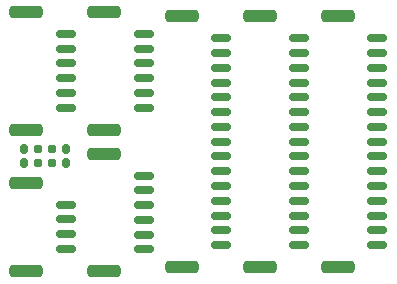
<source format=gbr>
%TF.GenerationSoftware,KiCad,Pcbnew,8.0.0*%
%TF.CreationDate,2024-09-22T13:18:53-04:00*%
%TF.ProjectId,MiniCarrierBoard,4d696e69-4361-4727-9269-6572426f6172,rev?*%
%TF.SameCoordinates,Original*%
%TF.FileFunction,Paste,Bot*%
%TF.FilePolarity,Positive*%
%FSLAX46Y46*%
G04 Gerber Fmt 4.6, Leading zero omitted, Abs format (unit mm)*
G04 Created by KiCad (PCBNEW 8.0.0) date 2024-09-22 13:18:53*
%MOMM*%
%LPD*%
G01*
G04 APERTURE LIST*
G04 Aperture macros list*
%AMRoundRect*
0 Rectangle with rounded corners*
0 $1 Rounding radius*
0 $2 $3 $4 $5 $6 $7 $8 $9 X,Y pos of 4 corners*
0 Add a 4 corners polygon primitive as box body*
4,1,4,$2,$3,$4,$5,$6,$7,$8,$9,$2,$3,0*
0 Add four circle primitives for the rounded corners*
1,1,$1+$1,$2,$3*
1,1,$1+$1,$4,$5*
1,1,$1+$1,$6,$7*
1,1,$1+$1,$8,$9*
0 Add four rect primitives between the rounded corners*
20,1,$1+$1,$2,$3,$4,$5,0*
20,1,$1+$1,$4,$5,$6,$7,0*
20,1,$1+$1,$6,$7,$8,$9,0*
20,1,$1+$1,$8,$9,$2,$3,0*%
G04 Aperture macros list end*
%ADD10RoundRect,0.160000X-0.160000X0.197500X-0.160000X-0.197500X0.160000X-0.197500X0.160000X0.197500X0*%
%ADD11RoundRect,0.160000X-0.160000X0.222500X-0.160000X-0.222500X0.160000X-0.222500X0.160000X0.222500X0*%
%ADD12RoundRect,0.150000X-0.700000X0.150000X-0.700000X-0.150000X0.700000X-0.150000X0.700000X0.150000X0*%
%ADD13RoundRect,0.250000X-1.150000X0.250000X-1.150000X-0.250000X1.150000X-0.250000X1.150000X0.250000X0*%
%ADD14RoundRect,0.160000X0.160000X-0.197500X0.160000X0.197500X-0.160000X0.197500X-0.160000X-0.197500X0*%
%ADD15RoundRect,0.160000X0.160000X-0.222500X0.160000X0.222500X-0.160000X0.222500X-0.160000X-0.222500X0*%
G04 APERTURE END LIST*
D10*
%TO.C,R1*%
X90000000Y-101202500D03*
X90000000Y-102397500D03*
%TD*%
D11*
%TO.C,D2*%
X87600000Y-101227499D03*
X87600000Y-102372501D03*
%TD*%
D12*
%TO.C,J14*%
X97750000Y-103475000D03*
X97750000Y-104725000D03*
X97750000Y-105975000D03*
X97750000Y-107225000D03*
X97750000Y-108475000D03*
X97750000Y-109725000D03*
D13*
X94400000Y-101625000D03*
X94400000Y-111575000D03*
%TD*%
D12*
%TO.C,J6*%
X91150000Y-91475000D03*
X91150000Y-92725000D03*
X91150000Y-93975000D03*
X91150000Y-95225000D03*
X91150000Y-96475000D03*
X91150000Y-97725000D03*
D13*
X87800000Y-89625000D03*
X87800000Y-99575000D03*
%TD*%
D12*
%TO.C,J5*%
X110950000Y-91850000D03*
X110950000Y-93100000D03*
X110950000Y-94350000D03*
X110950000Y-95600000D03*
X110950000Y-96850000D03*
X110950000Y-98100000D03*
X110950000Y-99350000D03*
X110950000Y-100600000D03*
X110950000Y-101850000D03*
X110950000Y-103100000D03*
X110950000Y-104350000D03*
X110950000Y-105600000D03*
X110950000Y-106850000D03*
X110950000Y-108100000D03*
X110950000Y-109350000D03*
D13*
X107600000Y-90000001D03*
X107600000Y-111199999D03*
%TD*%
D14*
%TO.C,R2*%
X88800000Y-102397500D03*
X88800000Y-101202500D03*
%TD*%
D12*
%TO.C,J7*%
X104350000Y-91850000D03*
X104350000Y-93100000D03*
X104350000Y-94350000D03*
X104350000Y-95600000D03*
X104350000Y-96850000D03*
X104350000Y-98100000D03*
X104350000Y-99350000D03*
X104350000Y-100600000D03*
X104350000Y-101850000D03*
X104350000Y-103100000D03*
X104350000Y-104350000D03*
X104350000Y-105600000D03*
X104350000Y-106850000D03*
X104350000Y-108100000D03*
X104350000Y-109350000D03*
D13*
X101000000Y-90000001D03*
X101000000Y-111199999D03*
%TD*%
D12*
%TO.C,J9*%
X91150000Y-105925000D03*
X91150000Y-107175000D03*
X91150000Y-108425000D03*
X91150000Y-109675000D03*
D13*
X87800000Y-104075000D03*
X87800000Y-111525000D03*
%TD*%
D12*
%TO.C,J8*%
X117550000Y-91850000D03*
X117550000Y-93100000D03*
X117550000Y-94350000D03*
X117550000Y-95600000D03*
X117550000Y-96850000D03*
X117550000Y-98100000D03*
X117550000Y-99350000D03*
X117550000Y-100600000D03*
X117550000Y-101850000D03*
X117550000Y-103100000D03*
X117550000Y-104350000D03*
X117550000Y-105600000D03*
X117550000Y-106850000D03*
X117550000Y-108100000D03*
X117550000Y-109350000D03*
D13*
X114200000Y-90000001D03*
X114200000Y-111199999D03*
%TD*%
D15*
%TO.C,D1*%
X91200000Y-102372501D03*
X91200000Y-101227499D03*
%TD*%
D12*
%TO.C,J4*%
X97750000Y-91475000D03*
X97750000Y-92725000D03*
X97750000Y-93975000D03*
X97750000Y-95225000D03*
X97750000Y-96475000D03*
X97750000Y-97725000D03*
D13*
X94400000Y-89625000D03*
X94400000Y-99575000D03*
%TD*%
M02*

</source>
